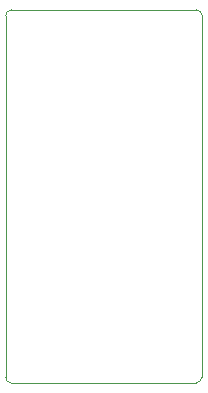
<source format=gbr>
%TF.GenerationSoftware,KiCad,Pcbnew,(5.99.0-7356-g63088e8bdb)*%
%TF.CreationDate,2021-07-04T12:00:28+08:00*%
%TF.ProjectId,DualPowerOctalTransceiver,4475616c-506f-4776-9572-4f6374616c54,rev?*%
%TF.SameCoordinates,Original*%
%TF.FileFunction,Profile,NP*%
%FSLAX46Y46*%
G04 Gerber Fmt 4.6, Leading zero omitted, Abs format (unit mm)*
G04 Created by KiCad (PCBNEW (5.99.0-7356-g63088e8bdb)) date 2021-07-04 12:00:28*
%MOMM*%
%LPD*%
G01*
G04 APERTURE LIST*
%TA.AperFunction,Profile*%
%ADD10C,0.100000*%
%TD*%
G04 APERTURE END LIST*
D10*
X123550000Y-51700000D02*
X123500000Y-82292894D01*
X123000000Y-82792894D02*
X107400000Y-82800000D01*
X107400000Y-51200000D02*
X123050000Y-51200000D01*
X106900000Y-82300000D02*
X106900000Y-51700000D01*
X107400000Y-51200000D02*
G75*
G03*
X106900000Y-51700000I0J-500000D01*
G01*
X106900000Y-82300000D02*
G75*
G03*
X107400000Y-82800000I500000J0D01*
G01*
X123000000Y-82792894D02*
G75*
G03*
X123500000Y-82292894I0J500000D01*
G01*
X123550000Y-51700000D02*
G75*
G03*
X123050000Y-51200000I-500000J0D01*
G01*
M02*

</source>
